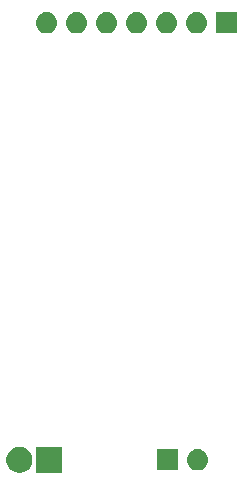
<source format=gbr>
G04 #@! TF.GenerationSoftware,KiCad,Pcbnew,5.1.2*
G04 #@! TF.CreationDate,2019-08-19T21:30:06+02:00*
G04 #@! TF.ProjectId,Battery-Tester,42617474-6572-4792-9d54-65737465722e,rev?*
G04 #@! TF.SameCoordinates,Original*
G04 #@! TF.FileFunction,Soldermask,Bot*
G04 #@! TF.FilePolarity,Negative*
%FSLAX46Y46*%
G04 Gerber Fmt 4.6, Leading zero omitted, Abs format (unit mm)*
G04 Created by KiCad (PCBNEW 5.1.2) date 2019-08-19 21:30:06*
%MOMM*%
%LPD*%
G04 APERTURE LIST*
%ADD10C,0.100000*%
G04 APERTURE END LIST*
D10*
G36*
X88781150Y-125441311D02*
G01*
X88981521Y-125524307D01*
X89161847Y-125644797D01*
X89315203Y-125798153D01*
X89435693Y-125978479D01*
X89508201Y-126153530D01*
X89518689Y-126178850D01*
X89561000Y-126391561D01*
X89561000Y-126608439D01*
X89518689Y-126821150D01*
X89435693Y-127021521D01*
X89315203Y-127201847D01*
X89161847Y-127355203D01*
X88981521Y-127475693D01*
X88781150Y-127558689D01*
X88568439Y-127601000D01*
X88351561Y-127601000D01*
X88138850Y-127558689D01*
X87938479Y-127475693D01*
X87758153Y-127355203D01*
X87604797Y-127201847D01*
X87484307Y-127021521D01*
X87401311Y-126821150D01*
X87359000Y-126608439D01*
X87359000Y-126391561D01*
X87401311Y-126178850D01*
X87411799Y-126153530D01*
X87484307Y-125978479D01*
X87604797Y-125798153D01*
X87758153Y-125644797D01*
X87938479Y-125524307D01*
X88138850Y-125441311D01*
X88351561Y-125399000D01*
X88568439Y-125399000D01*
X88781150Y-125441311D01*
X88781150Y-125441311D01*
G37*
G36*
X92101000Y-127601000D02*
G01*
X89899000Y-127601000D01*
X89899000Y-125399000D01*
X92101000Y-125399000D01*
X92101000Y-127601000D01*
X92101000Y-127601000D01*
G37*
G36*
X101901000Y-127401000D02*
G01*
X100099000Y-127401000D01*
X100099000Y-125599000D01*
X101901000Y-125599000D01*
X101901000Y-127401000D01*
X101901000Y-127401000D01*
G37*
G36*
X103716627Y-125612037D02*
G01*
X103886466Y-125663557D01*
X103886469Y-125663559D01*
X103886470Y-125663559D01*
X104042988Y-125747220D01*
X104042989Y-125747221D01*
X104042991Y-125747222D01*
X104180185Y-125859815D01*
X104292778Y-125997009D01*
X104376443Y-126153534D01*
X104427963Y-126323373D01*
X104445359Y-126500000D01*
X104427963Y-126676627D01*
X104376443Y-126846466D01*
X104292778Y-127002991D01*
X104180185Y-127140185D01*
X104042991Y-127252778D01*
X104042989Y-127252779D01*
X104042988Y-127252780D01*
X103886470Y-127336441D01*
X103886466Y-127336443D01*
X103716627Y-127387963D01*
X103584258Y-127401000D01*
X103495742Y-127401000D01*
X103363373Y-127387963D01*
X103193534Y-127336443D01*
X103193530Y-127336441D01*
X103037012Y-127252780D01*
X103037011Y-127252779D01*
X103037009Y-127252778D01*
X102899815Y-127140185D01*
X102787222Y-127002991D01*
X102703557Y-126846466D01*
X102652037Y-126676627D01*
X102634641Y-126500000D01*
X102652037Y-126323373D01*
X102703557Y-126153534D01*
X102787222Y-125997009D01*
X102899815Y-125859815D01*
X103037009Y-125747222D01*
X103037011Y-125747221D01*
X103037012Y-125747220D01*
X103193530Y-125663559D01*
X103193531Y-125663559D01*
X103193534Y-125663557D01*
X103363373Y-125612037D01*
X103495742Y-125599000D01*
X103584258Y-125599000D01*
X103716627Y-125612037D01*
X103716627Y-125612037D01*
G37*
G36*
X96016627Y-88612037D02*
G01*
X96186466Y-88663557D01*
X96186469Y-88663559D01*
X96186470Y-88663559D01*
X96342988Y-88747220D01*
X96342989Y-88747221D01*
X96342991Y-88747222D01*
X96480185Y-88859815D01*
X96592778Y-88997009D01*
X96676443Y-89153534D01*
X96727963Y-89323373D01*
X96745359Y-89500000D01*
X96727963Y-89676627D01*
X96676443Y-89846466D01*
X96592778Y-90002991D01*
X96480185Y-90140185D01*
X96342991Y-90252778D01*
X96342989Y-90252779D01*
X96342988Y-90252780D01*
X96186470Y-90336441D01*
X96186466Y-90336443D01*
X96016627Y-90387963D01*
X95884258Y-90401000D01*
X95795742Y-90401000D01*
X95663373Y-90387963D01*
X95493534Y-90336443D01*
X95493530Y-90336441D01*
X95337012Y-90252780D01*
X95337011Y-90252779D01*
X95337009Y-90252778D01*
X95199815Y-90140185D01*
X95087222Y-90002991D01*
X95003557Y-89846466D01*
X94952037Y-89676627D01*
X94934641Y-89500000D01*
X94952037Y-89323373D01*
X95003557Y-89153534D01*
X95087222Y-88997009D01*
X95199815Y-88859815D01*
X95337009Y-88747222D01*
X95337011Y-88747221D01*
X95337012Y-88747220D01*
X95493530Y-88663559D01*
X95493531Y-88663559D01*
X95493534Y-88663557D01*
X95663373Y-88612037D01*
X95795742Y-88599000D01*
X95884258Y-88599000D01*
X96016627Y-88612037D01*
X96016627Y-88612037D01*
G37*
G36*
X93476627Y-88612037D02*
G01*
X93646466Y-88663557D01*
X93646469Y-88663559D01*
X93646470Y-88663559D01*
X93802988Y-88747220D01*
X93802989Y-88747221D01*
X93802991Y-88747222D01*
X93940185Y-88859815D01*
X94052778Y-88997009D01*
X94136443Y-89153534D01*
X94187963Y-89323373D01*
X94205359Y-89500000D01*
X94187963Y-89676627D01*
X94136443Y-89846466D01*
X94052778Y-90002991D01*
X93940185Y-90140185D01*
X93802991Y-90252778D01*
X93802989Y-90252779D01*
X93802988Y-90252780D01*
X93646470Y-90336441D01*
X93646466Y-90336443D01*
X93476627Y-90387963D01*
X93344258Y-90401000D01*
X93255742Y-90401000D01*
X93123373Y-90387963D01*
X92953534Y-90336443D01*
X92953530Y-90336441D01*
X92797012Y-90252780D01*
X92797011Y-90252779D01*
X92797009Y-90252778D01*
X92659815Y-90140185D01*
X92547222Y-90002991D01*
X92463557Y-89846466D01*
X92412037Y-89676627D01*
X92394641Y-89500000D01*
X92412037Y-89323373D01*
X92463557Y-89153534D01*
X92547222Y-88997009D01*
X92659815Y-88859815D01*
X92797009Y-88747222D01*
X92797011Y-88747221D01*
X92797012Y-88747220D01*
X92953530Y-88663559D01*
X92953531Y-88663559D01*
X92953534Y-88663557D01*
X93123373Y-88612037D01*
X93255742Y-88599000D01*
X93344258Y-88599000D01*
X93476627Y-88612037D01*
X93476627Y-88612037D01*
G37*
G36*
X90936627Y-88612037D02*
G01*
X91106466Y-88663557D01*
X91106469Y-88663559D01*
X91106470Y-88663559D01*
X91262988Y-88747220D01*
X91262989Y-88747221D01*
X91262991Y-88747222D01*
X91400185Y-88859815D01*
X91512778Y-88997009D01*
X91596443Y-89153534D01*
X91647963Y-89323373D01*
X91665359Y-89500000D01*
X91647963Y-89676627D01*
X91596443Y-89846466D01*
X91512778Y-90002991D01*
X91400185Y-90140185D01*
X91262991Y-90252778D01*
X91262989Y-90252779D01*
X91262988Y-90252780D01*
X91106470Y-90336441D01*
X91106466Y-90336443D01*
X90936627Y-90387963D01*
X90804258Y-90401000D01*
X90715742Y-90401000D01*
X90583373Y-90387963D01*
X90413534Y-90336443D01*
X90413530Y-90336441D01*
X90257012Y-90252780D01*
X90257011Y-90252779D01*
X90257009Y-90252778D01*
X90119815Y-90140185D01*
X90007222Y-90002991D01*
X89923557Y-89846466D01*
X89872037Y-89676627D01*
X89854641Y-89500000D01*
X89872037Y-89323373D01*
X89923557Y-89153534D01*
X90007222Y-88997009D01*
X90119815Y-88859815D01*
X90257009Y-88747222D01*
X90257011Y-88747221D01*
X90257012Y-88747220D01*
X90413530Y-88663559D01*
X90413531Y-88663559D01*
X90413534Y-88663557D01*
X90583373Y-88612037D01*
X90715742Y-88599000D01*
X90804258Y-88599000D01*
X90936627Y-88612037D01*
X90936627Y-88612037D01*
G37*
G36*
X98556627Y-88612037D02*
G01*
X98726466Y-88663557D01*
X98726469Y-88663559D01*
X98726470Y-88663559D01*
X98882988Y-88747220D01*
X98882989Y-88747221D01*
X98882991Y-88747222D01*
X99020185Y-88859815D01*
X99132778Y-88997009D01*
X99216443Y-89153534D01*
X99267963Y-89323373D01*
X99285359Y-89500000D01*
X99267963Y-89676627D01*
X99216443Y-89846466D01*
X99132778Y-90002991D01*
X99020185Y-90140185D01*
X98882991Y-90252778D01*
X98882989Y-90252779D01*
X98882988Y-90252780D01*
X98726470Y-90336441D01*
X98726466Y-90336443D01*
X98556627Y-90387963D01*
X98424258Y-90401000D01*
X98335742Y-90401000D01*
X98203373Y-90387963D01*
X98033534Y-90336443D01*
X98033530Y-90336441D01*
X97877012Y-90252780D01*
X97877011Y-90252779D01*
X97877009Y-90252778D01*
X97739815Y-90140185D01*
X97627222Y-90002991D01*
X97543557Y-89846466D01*
X97492037Y-89676627D01*
X97474641Y-89500000D01*
X97492037Y-89323373D01*
X97543557Y-89153534D01*
X97627222Y-88997009D01*
X97739815Y-88859815D01*
X97877009Y-88747222D01*
X97877011Y-88747221D01*
X97877012Y-88747220D01*
X98033530Y-88663559D01*
X98033531Y-88663559D01*
X98033534Y-88663557D01*
X98203373Y-88612037D01*
X98335742Y-88599000D01*
X98424258Y-88599000D01*
X98556627Y-88612037D01*
X98556627Y-88612037D01*
G37*
G36*
X101096627Y-88612037D02*
G01*
X101266466Y-88663557D01*
X101266469Y-88663559D01*
X101266470Y-88663559D01*
X101422988Y-88747220D01*
X101422989Y-88747221D01*
X101422991Y-88747222D01*
X101560185Y-88859815D01*
X101672778Y-88997009D01*
X101756443Y-89153534D01*
X101807963Y-89323373D01*
X101825359Y-89500000D01*
X101807963Y-89676627D01*
X101756443Y-89846466D01*
X101672778Y-90002991D01*
X101560185Y-90140185D01*
X101422991Y-90252778D01*
X101422989Y-90252779D01*
X101422988Y-90252780D01*
X101266470Y-90336441D01*
X101266466Y-90336443D01*
X101096627Y-90387963D01*
X100964258Y-90401000D01*
X100875742Y-90401000D01*
X100743373Y-90387963D01*
X100573534Y-90336443D01*
X100573530Y-90336441D01*
X100417012Y-90252780D01*
X100417011Y-90252779D01*
X100417009Y-90252778D01*
X100279815Y-90140185D01*
X100167222Y-90002991D01*
X100083557Y-89846466D01*
X100032037Y-89676627D01*
X100014641Y-89500000D01*
X100032037Y-89323373D01*
X100083557Y-89153534D01*
X100167222Y-88997009D01*
X100279815Y-88859815D01*
X100417009Y-88747222D01*
X100417011Y-88747221D01*
X100417012Y-88747220D01*
X100573530Y-88663559D01*
X100573531Y-88663559D01*
X100573534Y-88663557D01*
X100743373Y-88612037D01*
X100875742Y-88599000D01*
X100964258Y-88599000D01*
X101096627Y-88612037D01*
X101096627Y-88612037D01*
G37*
G36*
X103636627Y-88612037D02*
G01*
X103806466Y-88663557D01*
X103806469Y-88663559D01*
X103806470Y-88663559D01*
X103962988Y-88747220D01*
X103962989Y-88747221D01*
X103962991Y-88747222D01*
X104100185Y-88859815D01*
X104212778Y-88997009D01*
X104296443Y-89153534D01*
X104347963Y-89323373D01*
X104365359Y-89500000D01*
X104347963Y-89676627D01*
X104296443Y-89846466D01*
X104212778Y-90002991D01*
X104100185Y-90140185D01*
X103962991Y-90252778D01*
X103962989Y-90252779D01*
X103962988Y-90252780D01*
X103806470Y-90336441D01*
X103806466Y-90336443D01*
X103636627Y-90387963D01*
X103504258Y-90401000D01*
X103415742Y-90401000D01*
X103283373Y-90387963D01*
X103113534Y-90336443D01*
X103113530Y-90336441D01*
X102957012Y-90252780D01*
X102957011Y-90252779D01*
X102957009Y-90252778D01*
X102819815Y-90140185D01*
X102707222Y-90002991D01*
X102623557Y-89846466D01*
X102572037Y-89676627D01*
X102554641Y-89500000D01*
X102572037Y-89323373D01*
X102623557Y-89153534D01*
X102707222Y-88997009D01*
X102819815Y-88859815D01*
X102957009Y-88747222D01*
X102957011Y-88747221D01*
X102957012Y-88747220D01*
X103113530Y-88663559D01*
X103113531Y-88663559D01*
X103113534Y-88663557D01*
X103283373Y-88612037D01*
X103415742Y-88599000D01*
X103504258Y-88599000D01*
X103636627Y-88612037D01*
X103636627Y-88612037D01*
G37*
G36*
X106901000Y-90401000D02*
G01*
X105099000Y-90401000D01*
X105099000Y-88599000D01*
X106901000Y-88599000D01*
X106901000Y-90401000D01*
X106901000Y-90401000D01*
G37*
M02*

</source>
